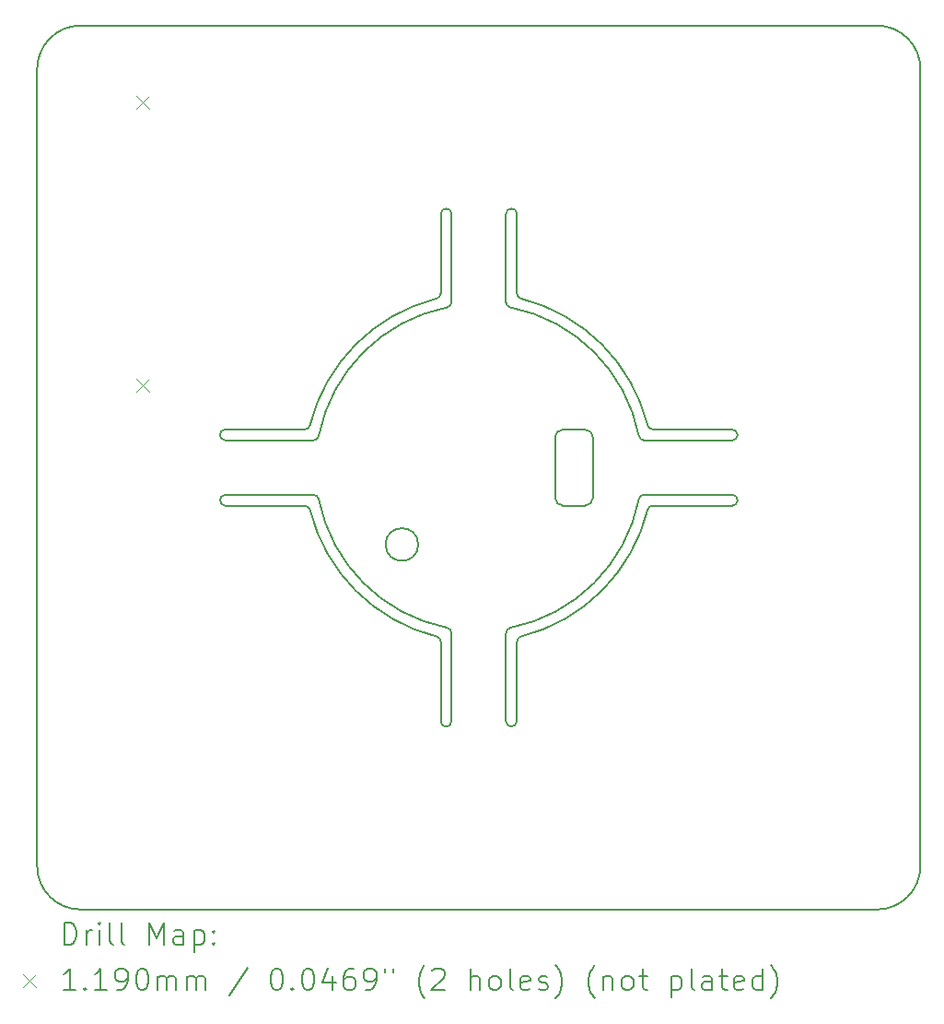
<source format=gbr>
%TF.GenerationSoftware,KiCad,Pcbnew,7.0.10*%
%TF.CreationDate,2024-07-31T11:11:18+01:00*%
%TF.ProjectId,algoritmi_foc,616c676f-7269-4746-9d69-5f666f632e6b,Andr_s Motta*%
%TF.SameCoordinates,Original*%
%TF.FileFunction,Drillmap*%
%TF.FilePolarity,Positive*%
%FSLAX45Y45*%
G04 Gerber Fmt 4.5, Leading zero omitted, Abs format (unit mm)*
G04 Created by KiCad (PCBNEW 7.0.10) date 2024-07-31 11:11:18*
%MOMM*%
%LPD*%
G01*
G04 APERTURE LIST*
%ADD10C,0.200000*%
%ADD11C,0.119000*%
G04 APERTURE END LIST*
D10*
X11263149Y-5381535D02*
G75*
G03*
X11311659Y-5419413I48511J12125D01*
G01*
X9960878Y-8098433D02*
G75*
G03*
X10060878Y-8098433I50000J0D01*
G01*
X9960878Y-3440393D02*
X9960878Y-4248723D01*
X10060875Y-4168632D02*
G75*
G03*
X10098756Y-4217141I50015J12D01*
G01*
X6050878Y-1709413D02*
X13370878Y-1709413D01*
X12039897Y-6119407D02*
G75*
G03*
X12039897Y-6019413I3J49997D01*
G01*
X9460878Y-4248723D02*
X9460878Y-3440393D01*
X9420555Y-4297778D02*
G75*
G03*
X8239242Y-5479091I290322J-1471635D01*
G01*
X10098755Y-7321682D02*
G75*
G03*
X10060878Y-7370194I12135J-48518D01*
G01*
X8190187Y-6019413D02*
X7381858Y-6019413D01*
X9153771Y-6476520D02*
G75*
G03*
X8853771Y-6476520I-150000J0D01*
G01*
X8853771Y-6476520D02*
G75*
G03*
X9153771Y-6476520I150000J0D01*
G01*
X7381858Y-6019407D02*
G75*
G03*
X7381858Y-6119413I2J-50003D01*
G01*
X8239234Y-6059737D02*
G75*
G03*
X8190187Y-6019413I-49044J-9663D01*
G01*
X9460878Y-3440393D02*
G75*
G03*
X9360878Y-3440393I-50000J0D01*
G01*
X9460884Y-7290104D02*
G75*
G03*
X9420555Y-7241049I-49994J4D01*
G01*
X10001200Y-7241049D02*
G75*
G03*
X11182514Y-6059736I-290323J1471637D01*
G01*
X10685878Y-6119417D02*
G75*
G03*
X10760878Y-6044413I3J74998D01*
G01*
X10760878Y-6044413D02*
X10760878Y-5494413D01*
X9322999Y-4217141D02*
G75*
G03*
X8158605Y-5381535I387878J-1552272D01*
G01*
X11263149Y-5381535D02*
G75*
G03*
X10098756Y-4217141I-1552269J-387875D01*
G01*
X10098756Y-7321686D02*
G75*
G03*
X11263150Y-6157292I-387878J1552272D01*
G01*
X8190187Y-5519408D02*
G75*
G03*
X8239241Y-5479091I3J49998D01*
G01*
X8239241Y-6059736D02*
G75*
G03*
X9420555Y-7241049I1471635J290322D01*
G01*
X11182513Y-5479091D02*
G75*
G03*
X11231568Y-5519414I49057J9681D01*
G01*
X9248878Y-9829413D02*
X6050878Y-9829413D01*
X9420556Y-4297783D02*
G75*
G03*
X9460878Y-4248723I-9676J49053D01*
G01*
X11311659Y-6119417D02*
G75*
G03*
X11263150Y-6157292I1J-50003D01*
G01*
X10060878Y-4168632D02*
X10060878Y-3440393D01*
X6050878Y-1709414D02*
G75*
G03*
X5650878Y-2109413I-1J-399999D01*
G01*
X11231568Y-6019417D02*
G75*
G03*
X11182514Y-6059736I2J-50003D01*
G01*
X11311659Y-6119413D02*
X12039897Y-6119413D01*
X9460878Y-8098433D02*
X9460878Y-7290104D01*
X9360883Y-7370194D02*
G75*
G03*
X9322999Y-7321686I-49993J4D01*
G01*
X12039897Y-6019413D02*
X11231568Y-6019413D01*
X8110097Y-5419407D02*
G75*
G03*
X8158605Y-5381535I3J49997D01*
G01*
X9360878Y-8098433D02*
G75*
G03*
X9460878Y-8098433I50000J0D01*
G01*
X10410877Y-6044413D02*
G75*
G03*
X10485878Y-6119413I75003J3D01*
G01*
X10060878Y-8098433D02*
X10060878Y-7370194D01*
X13770878Y-2109413D02*
X13770878Y-9429413D01*
X10060878Y-3440393D02*
G75*
G03*
X9960878Y-3440393I-50000J0D01*
G01*
X8110097Y-5419413D02*
X7381858Y-5419413D01*
X11182513Y-5479091D02*
G75*
G03*
X10001200Y-4297777I-1471637J-290323D01*
G01*
X11231568Y-5519413D02*
X12039897Y-5519413D01*
X9360878Y-3440393D02*
X9360878Y-4168632D01*
X13370878Y-9829418D02*
G75*
G03*
X13770878Y-9429413I2J399998D01*
G01*
X8158604Y-6157292D02*
G75*
G03*
X9322999Y-7321686I1552276J387882D01*
G01*
X9323000Y-4217146D02*
G75*
G03*
X9360878Y-4168632I-12120J48506D01*
G01*
X7381858Y-6119413D02*
X8110097Y-6119413D01*
X10685878Y-5419413D02*
X10485878Y-5419413D01*
X10001201Y-7241053D02*
G75*
G03*
X9960877Y-7290104I9679J-49057D01*
G01*
X12039897Y-5519407D02*
G75*
G03*
X12039897Y-5419413I3J49997D01*
G01*
X13370878Y-9829413D02*
X9248878Y-9829413D01*
X8158606Y-6157292D02*
G75*
G03*
X8110097Y-6119413I-48506J-12118D01*
G01*
X7381858Y-5519413D02*
X8190187Y-5519413D01*
X5650878Y-9429413D02*
X5650878Y-2109413D01*
X10760877Y-5494413D02*
G75*
G03*
X10685878Y-5419413I-74997J3D01*
G01*
X10485878Y-6119413D02*
X10685878Y-6119413D01*
X9960885Y-4248723D02*
G75*
G03*
X10001200Y-4297777I50005J3D01*
G01*
X5650877Y-9429413D02*
G75*
G03*
X6050878Y-9829413I400003J3D01*
G01*
X9960878Y-7290104D02*
X9960878Y-8098433D01*
X9360878Y-7370194D02*
X9360878Y-8098433D01*
X10485878Y-5419418D02*
G75*
G03*
X10410878Y-5494413I3J-75003D01*
G01*
X13770877Y-2109413D02*
G75*
G03*
X13370878Y-1709413I-399997J3D01*
G01*
X10410878Y-5494413D02*
X10410878Y-6044413D01*
X12039897Y-5419413D02*
X11311659Y-5419413D01*
X7381858Y-5419407D02*
G75*
G03*
X7381858Y-5519413I2J-50003D01*
G01*
D11*
X6563720Y-2351756D02*
X6682720Y-2470756D01*
X6682720Y-2351756D02*
X6563720Y-2470756D01*
X6563720Y-4951756D02*
X6682720Y-5070756D01*
X6682720Y-4951756D02*
X6563720Y-5070756D01*
D10*
X5901654Y-10150901D02*
X5901654Y-9950901D01*
X5901654Y-9950901D02*
X5949273Y-9950901D01*
X5949273Y-9950901D02*
X5977845Y-9960425D01*
X5977845Y-9960425D02*
X5996893Y-9979473D01*
X5996893Y-9979473D02*
X6006416Y-9998520D01*
X6006416Y-9998520D02*
X6015940Y-10036616D01*
X6015940Y-10036616D02*
X6015940Y-10065187D01*
X6015940Y-10065187D02*
X6006416Y-10103282D01*
X6006416Y-10103282D02*
X5996893Y-10122330D01*
X5996893Y-10122330D02*
X5977845Y-10141378D01*
X5977845Y-10141378D02*
X5949273Y-10150901D01*
X5949273Y-10150901D02*
X5901654Y-10150901D01*
X6101654Y-10150901D02*
X6101654Y-10017568D01*
X6101654Y-10055663D02*
X6111178Y-10036616D01*
X6111178Y-10036616D02*
X6120702Y-10027092D01*
X6120702Y-10027092D02*
X6139750Y-10017568D01*
X6139750Y-10017568D02*
X6158797Y-10017568D01*
X6225464Y-10150901D02*
X6225464Y-10017568D01*
X6225464Y-9950901D02*
X6215940Y-9960425D01*
X6215940Y-9960425D02*
X6225464Y-9969949D01*
X6225464Y-9969949D02*
X6234988Y-9960425D01*
X6234988Y-9960425D02*
X6225464Y-9950901D01*
X6225464Y-9950901D02*
X6225464Y-9969949D01*
X6349273Y-10150901D02*
X6330226Y-10141378D01*
X6330226Y-10141378D02*
X6320702Y-10122330D01*
X6320702Y-10122330D02*
X6320702Y-9950901D01*
X6454035Y-10150901D02*
X6434988Y-10141378D01*
X6434988Y-10141378D02*
X6425464Y-10122330D01*
X6425464Y-10122330D02*
X6425464Y-9950901D01*
X6682607Y-10150901D02*
X6682607Y-9950901D01*
X6682607Y-9950901D02*
X6749274Y-10093759D01*
X6749274Y-10093759D02*
X6815940Y-9950901D01*
X6815940Y-9950901D02*
X6815940Y-10150901D01*
X6996893Y-10150901D02*
X6996893Y-10046140D01*
X6996893Y-10046140D02*
X6987369Y-10027092D01*
X6987369Y-10027092D02*
X6968321Y-10017568D01*
X6968321Y-10017568D02*
X6930226Y-10017568D01*
X6930226Y-10017568D02*
X6911178Y-10027092D01*
X6996893Y-10141378D02*
X6977845Y-10150901D01*
X6977845Y-10150901D02*
X6930226Y-10150901D01*
X6930226Y-10150901D02*
X6911178Y-10141378D01*
X6911178Y-10141378D02*
X6901654Y-10122330D01*
X6901654Y-10122330D02*
X6901654Y-10103282D01*
X6901654Y-10103282D02*
X6911178Y-10084235D01*
X6911178Y-10084235D02*
X6930226Y-10074711D01*
X6930226Y-10074711D02*
X6977845Y-10074711D01*
X6977845Y-10074711D02*
X6996893Y-10065187D01*
X7092131Y-10017568D02*
X7092131Y-10217568D01*
X7092131Y-10027092D02*
X7111178Y-10017568D01*
X7111178Y-10017568D02*
X7149274Y-10017568D01*
X7149274Y-10017568D02*
X7168321Y-10027092D01*
X7168321Y-10027092D02*
X7177845Y-10036616D01*
X7177845Y-10036616D02*
X7187369Y-10055663D01*
X7187369Y-10055663D02*
X7187369Y-10112806D01*
X7187369Y-10112806D02*
X7177845Y-10131854D01*
X7177845Y-10131854D02*
X7168321Y-10141378D01*
X7168321Y-10141378D02*
X7149274Y-10150901D01*
X7149274Y-10150901D02*
X7111178Y-10150901D01*
X7111178Y-10150901D02*
X7092131Y-10141378D01*
X7273083Y-10131854D02*
X7282607Y-10141378D01*
X7282607Y-10141378D02*
X7273083Y-10150901D01*
X7273083Y-10150901D02*
X7263559Y-10141378D01*
X7263559Y-10141378D02*
X7273083Y-10131854D01*
X7273083Y-10131854D02*
X7273083Y-10150901D01*
X7273083Y-10027092D02*
X7282607Y-10036616D01*
X7282607Y-10036616D02*
X7273083Y-10046140D01*
X7273083Y-10046140D02*
X7263559Y-10036616D01*
X7263559Y-10036616D02*
X7273083Y-10027092D01*
X7273083Y-10027092D02*
X7273083Y-10046140D01*
D11*
X5521878Y-10419918D02*
X5640878Y-10538918D01*
X5640878Y-10419918D02*
X5521878Y-10538918D01*
D10*
X6006416Y-10570901D02*
X5892131Y-10570901D01*
X5949273Y-10570901D02*
X5949273Y-10370901D01*
X5949273Y-10370901D02*
X5930226Y-10399473D01*
X5930226Y-10399473D02*
X5911178Y-10418520D01*
X5911178Y-10418520D02*
X5892131Y-10428044D01*
X6092131Y-10551854D02*
X6101654Y-10561378D01*
X6101654Y-10561378D02*
X6092131Y-10570901D01*
X6092131Y-10570901D02*
X6082607Y-10561378D01*
X6082607Y-10561378D02*
X6092131Y-10551854D01*
X6092131Y-10551854D02*
X6092131Y-10570901D01*
X6292131Y-10570901D02*
X6177845Y-10570901D01*
X6234988Y-10570901D02*
X6234988Y-10370901D01*
X6234988Y-10370901D02*
X6215940Y-10399473D01*
X6215940Y-10399473D02*
X6196893Y-10418520D01*
X6196893Y-10418520D02*
X6177845Y-10428044D01*
X6387369Y-10570901D02*
X6425464Y-10570901D01*
X6425464Y-10570901D02*
X6444512Y-10561378D01*
X6444512Y-10561378D02*
X6454035Y-10551854D01*
X6454035Y-10551854D02*
X6473083Y-10523282D01*
X6473083Y-10523282D02*
X6482607Y-10485187D01*
X6482607Y-10485187D02*
X6482607Y-10408997D01*
X6482607Y-10408997D02*
X6473083Y-10389949D01*
X6473083Y-10389949D02*
X6463559Y-10380425D01*
X6463559Y-10380425D02*
X6444512Y-10370901D01*
X6444512Y-10370901D02*
X6406416Y-10370901D01*
X6406416Y-10370901D02*
X6387369Y-10380425D01*
X6387369Y-10380425D02*
X6377845Y-10389949D01*
X6377845Y-10389949D02*
X6368321Y-10408997D01*
X6368321Y-10408997D02*
X6368321Y-10456616D01*
X6368321Y-10456616D02*
X6377845Y-10475663D01*
X6377845Y-10475663D02*
X6387369Y-10485187D01*
X6387369Y-10485187D02*
X6406416Y-10494711D01*
X6406416Y-10494711D02*
X6444512Y-10494711D01*
X6444512Y-10494711D02*
X6463559Y-10485187D01*
X6463559Y-10485187D02*
X6473083Y-10475663D01*
X6473083Y-10475663D02*
X6482607Y-10456616D01*
X6606416Y-10370901D02*
X6625464Y-10370901D01*
X6625464Y-10370901D02*
X6644512Y-10380425D01*
X6644512Y-10380425D02*
X6654035Y-10389949D01*
X6654035Y-10389949D02*
X6663559Y-10408997D01*
X6663559Y-10408997D02*
X6673083Y-10447092D01*
X6673083Y-10447092D02*
X6673083Y-10494711D01*
X6673083Y-10494711D02*
X6663559Y-10532806D01*
X6663559Y-10532806D02*
X6654035Y-10551854D01*
X6654035Y-10551854D02*
X6644512Y-10561378D01*
X6644512Y-10561378D02*
X6625464Y-10570901D01*
X6625464Y-10570901D02*
X6606416Y-10570901D01*
X6606416Y-10570901D02*
X6587369Y-10561378D01*
X6587369Y-10561378D02*
X6577845Y-10551854D01*
X6577845Y-10551854D02*
X6568321Y-10532806D01*
X6568321Y-10532806D02*
X6558797Y-10494711D01*
X6558797Y-10494711D02*
X6558797Y-10447092D01*
X6558797Y-10447092D02*
X6568321Y-10408997D01*
X6568321Y-10408997D02*
X6577845Y-10389949D01*
X6577845Y-10389949D02*
X6587369Y-10380425D01*
X6587369Y-10380425D02*
X6606416Y-10370901D01*
X6758797Y-10570901D02*
X6758797Y-10437568D01*
X6758797Y-10456616D02*
X6768321Y-10447092D01*
X6768321Y-10447092D02*
X6787369Y-10437568D01*
X6787369Y-10437568D02*
X6815940Y-10437568D01*
X6815940Y-10437568D02*
X6834988Y-10447092D01*
X6834988Y-10447092D02*
X6844512Y-10466140D01*
X6844512Y-10466140D02*
X6844512Y-10570901D01*
X6844512Y-10466140D02*
X6854035Y-10447092D01*
X6854035Y-10447092D02*
X6873083Y-10437568D01*
X6873083Y-10437568D02*
X6901654Y-10437568D01*
X6901654Y-10437568D02*
X6920702Y-10447092D01*
X6920702Y-10447092D02*
X6930226Y-10466140D01*
X6930226Y-10466140D02*
X6930226Y-10570901D01*
X7025464Y-10570901D02*
X7025464Y-10437568D01*
X7025464Y-10456616D02*
X7034988Y-10447092D01*
X7034988Y-10447092D02*
X7054035Y-10437568D01*
X7054035Y-10437568D02*
X7082607Y-10437568D01*
X7082607Y-10437568D02*
X7101655Y-10447092D01*
X7101655Y-10447092D02*
X7111178Y-10466140D01*
X7111178Y-10466140D02*
X7111178Y-10570901D01*
X7111178Y-10466140D02*
X7120702Y-10447092D01*
X7120702Y-10447092D02*
X7139750Y-10437568D01*
X7139750Y-10437568D02*
X7168321Y-10437568D01*
X7168321Y-10437568D02*
X7187369Y-10447092D01*
X7187369Y-10447092D02*
X7196893Y-10466140D01*
X7196893Y-10466140D02*
X7196893Y-10570901D01*
X7587369Y-10361378D02*
X7415940Y-10618520D01*
X7844512Y-10370901D02*
X7863559Y-10370901D01*
X7863559Y-10370901D02*
X7882607Y-10380425D01*
X7882607Y-10380425D02*
X7892131Y-10389949D01*
X7892131Y-10389949D02*
X7901655Y-10408997D01*
X7901655Y-10408997D02*
X7911178Y-10447092D01*
X7911178Y-10447092D02*
X7911178Y-10494711D01*
X7911178Y-10494711D02*
X7901655Y-10532806D01*
X7901655Y-10532806D02*
X7892131Y-10551854D01*
X7892131Y-10551854D02*
X7882607Y-10561378D01*
X7882607Y-10561378D02*
X7863559Y-10570901D01*
X7863559Y-10570901D02*
X7844512Y-10570901D01*
X7844512Y-10570901D02*
X7825464Y-10561378D01*
X7825464Y-10561378D02*
X7815940Y-10551854D01*
X7815940Y-10551854D02*
X7806417Y-10532806D01*
X7806417Y-10532806D02*
X7796893Y-10494711D01*
X7796893Y-10494711D02*
X7796893Y-10447092D01*
X7796893Y-10447092D02*
X7806417Y-10408997D01*
X7806417Y-10408997D02*
X7815940Y-10389949D01*
X7815940Y-10389949D02*
X7825464Y-10380425D01*
X7825464Y-10380425D02*
X7844512Y-10370901D01*
X7996893Y-10551854D02*
X8006417Y-10561378D01*
X8006417Y-10561378D02*
X7996893Y-10570901D01*
X7996893Y-10570901D02*
X7987369Y-10561378D01*
X7987369Y-10561378D02*
X7996893Y-10551854D01*
X7996893Y-10551854D02*
X7996893Y-10570901D01*
X8130226Y-10370901D02*
X8149274Y-10370901D01*
X8149274Y-10370901D02*
X8168321Y-10380425D01*
X8168321Y-10380425D02*
X8177845Y-10389949D01*
X8177845Y-10389949D02*
X8187369Y-10408997D01*
X8187369Y-10408997D02*
X8196893Y-10447092D01*
X8196893Y-10447092D02*
X8196893Y-10494711D01*
X8196893Y-10494711D02*
X8187369Y-10532806D01*
X8187369Y-10532806D02*
X8177845Y-10551854D01*
X8177845Y-10551854D02*
X8168321Y-10561378D01*
X8168321Y-10561378D02*
X8149274Y-10570901D01*
X8149274Y-10570901D02*
X8130226Y-10570901D01*
X8130226Y-10570901D02*
X8111178Y-10561378D01*
X8111178Y-10561378D02*
X8101655Y-10551854D01*
X8101655Y-10551854D02*
X8092131Y-10532806D01*
X8092131Y-10532806D02*
X8082607Y-10494711D01*
X8082607Y-10494711D02*
X8082607Y-10447092D01*
X8082607Y-10447092D02*
X8092131Y-10408997D01*
X8092131Y-10408997D02*
X8101655Y-10389949D01*
X8101655Y-10389949D02*
X8111178Y-10380425D01*
X8111178Y-10380425D02*
X8130226Y-10370901D01*
X8368321Y-10437568D02*
X8368321Y-10570901D01*
X8320702Y-10361378D02*
X8273083Y-10504235D01*
X8273083Y-10504235D02*
X8396893Y-10504235D01*
X8558798Y-10370901D02*
X8520702Y-10370901D01*
X8520702Y-10370901D02*
X8501655Y-10380425D01*
X8501655Y-10380425D02*
X8492131Y-10389949D01*
X8492131Y-10389949D02*
X8473083Y-10418520D01*
X8473083Y-10418520D02*
X8463560Y-10456616D01*
X8463560Y-10456616D02*
X8463560Y-10532806D01*
X8463560Y-10532806D02*
X8473083Y-10551854D01*
X8473083Y-10551854D02*
X8482607Y-10561378D01*
X8482607Y-10561378D02*
X8501655Y-10570901D01*
X8501655Y-10570901D02*
X8539750Y-10570901D01*
X8539750Y-10570901D02*
X8558798Y-10561378D01*
X8558798Y-10561378D02*
X8568321Y-10551854D01*
X8568321Y-10551854D02*
X8577845Y-10532806D01*
X8577845Y-10532806D02*
X8577845Y-10485187D01*
X8577845Y-10485187D02*
X8568321Y-10466140D01*
X8568321Y-10466140D02*
X8558798Y-10456616D01*
X8558798Y-10456616D02*
X8539750Y-10447092D01*
X8539750Y-10447092D02*
X8501655Y-10447092D01*
X8501655Y-10447092D02*
X8482607Y-10456616D01*
X8482607Y-10456616D02*
X8473083Y-10466140D01*
X8473083Y-10466140D02*
X8463560Y-10485187D01*
X8673083Y-10570901D02*
X8711179Y-10570901D01*
X8711179Y-10570901D02*
X8730226Y-10561378D01*
X8730226Y-10561378D02*
X8739750Y-10551854D01*
X8739750Y-10551854D02*
X8758798Y-10523282D01*
X8758798Y-10523282D02*
X8768321Y-10485187D01*
X8768321Y-10485187D02*
X8768321Y-10408997D01*
X8768321Y-10408997D02*
X8758798Y-10389949D01*
X8758798Y-10389949D02*
X8749274Y-10380425D01*
X8749274Y-10380425D02*
X8730226Y-10370901D01*
X8730226Y-10370901D02*
X8692131Y-10370901D01*
X8692131Y-10370901D02*
X8673083Y-10380425D01*
X8673083Y-10380425D02*
X8663560Y-10389949D01*
X8663560Y-10389949D02*
X8654036Y-10408997D01*
X8654036Y-10408997D02*
X8654036Y-10456616D01*
X8654036Y-10456616D02*
X8663560Y-10475663D01*
X8663560Y-10475663D02*
X8673083Y-10485187D01*
X8673083Y-10485187D02*
X8692131Y-10494711D01*
X8692131Y-10494711D02*
X8730226Y-10494711D01*
X8730226Y-10494711D02*
X8749274Y-10485187D01*
X8749274Y-10485187D02*
X8758798Y-10475663D01*
X8758798Y-10475663D02*
X8768321Y-10456616D01*
X8844512Y-10370901D02*
X8844512Y-10408997D01*
X8920702Y-10370901D02*
X8920702Y-10408997D01*
X9215941Y-10647092D02*
X9206417Y-10637568D01*
X9206417Y-10637568D02*
X9187369Y-10608997D01*
X9187369Y-10608997D02*
X9177845Y-10589949D01*
X9177845Y-10589949D02*
X9168322Y-10561378D01*
X9168322Y-10561378D02*
X9158798Y-10513759D01*
X9158798Y-10513759D02*
X9158798Y-10475663D01*
X9158798Y-10475663D02*
X9168322Y-10428044D01*
X9168322Y-10428044D02*
X9177845Y-10399473D01*
X9177845Y-10399473D02*
X9187369Y-10380425D01*
X9187369Y-10380425D02*
X9206417Y-10351854D01*
X9206417Y-10351854D02*
X9215941Y-10342330D01*
X9282607Y-10389949D02*
X9292131Y-10380425D01*
X9292131Y-10380425D02*
X9311179Y-10370901D01*
X9311179Y-10370901D02*
X9358798Y-10370901D01*
X9358798Y-10370901D02*
X9377845Y-10380425D01*
X9377845Y-10380425D02*
X9387369Y-10389949D01*
X9387369Y-10389949D02*
X9396893Y-10408997D01*
X9396893Y-10408997D02*
X9396893Y-10428044D01*
X9396893Y-10428044D02*
X9387369Y-10456616D01*
X9387369Y-10456616D02*
X9273083Y-10570901D01*
X9273083Y-10570901D02*
X9396893Y-10570901D01*
X9634988Y-10570901D02*
X9634988Y-10370901D01*
X9720703Y-10570901D02*
X9720703Y-10466140D01*
X9720703Y-10466140D02*
X9711179Y-10447092D01*
X9711179Y-10447092D02*
X9692131Y-10437568D01*
X9692131Y-10437568D02*
X9663560Y-10437568D01*
X9663560Y-10437568D02*
X9644512Y-10447092D01*
X9644512Y-10447092D02*
X9634988Y-10456616D01*
X9844512Y-10570901D02*
X9825464Y-10561378D01*
X9825464Y-10561378D02*
X9815941Y-10551854D01*
X9815941Y-10551854D02*
X9806417Y-10532806D01*
X9806417Y-10532806D02*
X9806417Y-10475663D01*
X9806417Y-10475663D02*
X9815941Y-10456616D01*
X9815941Y-10456616D02*
X9825464Y-10447092D01*
X9825464Y-10447092D02*
X9844512Y-10437568D01*
X9844512Y-10437568D02*
X9873084Y-10437568D01*
X9873084Y-10437568D02*
X9892131Y-10447092D01*
X9892131Y-10447092D02*
X9901655Y-10456616D01*
X9901655Y-10456616D02*
X9911179Y-10475663D01*
X9911179Y-10475663D02*
X9911179Y-10532806D01*
X9911179Y-10532806D02*
X9901655Y-10551854D01*
X9901655Y-10551854D02*
X9892131Y-10561378D01*
X9892131Y-10561378D02*
X9873084Y-10570901D01*
X9873084Y-10570901D02*
X9844512Y-10570901D01*
X10025464Y-10570901D02*
X10006417Y-10561378D01*
X10006417Y-10561378D02*
X9996893Y-10542330D01*
X9996893Y-10542330D02*
X9996893Y-10370901D01*
X10177845Y-10561378D02*
X10158798Y-10570901D01*
X10158798Y-10570901D02*
X10120703Y-10570901D01*
X10120703Y-10570901D02*
X10101655Y-10561378D01*
X10101655Y-10561378D02*
X10092131Y-10542330D01*
X10092131Y-10542330D02*
X10092131Y-10466140D01*
X10092131Y-10466140D02*
X10101655Y-10447092D01*
X10101655Y-10447092D02*
X10120703Y-10437568D01*
X10120703Y-10437568D02*
X10158798Y-10437568D01*
X10158798Y-10437568D02*
X10177845Y-10447092D01*
X10177845Y-10447092D02*
X10187369Y-10466140D01*
X10187369Y-10466140D02*
X10187369Y-10485187D01*
X10187369Y-10485187D02*
X10092131Y-10504235D01*
X10263560Y-10561378D02*
X10282607Y-10570901D01*
X10282607Y-10570901D02*
X10320703Y-10570901D01*
X10320703Y-10570901D02*
X10339750Y-10561378D01*
X10339750Y-10561378D02*
X10349274Y-10542330D01*
X10349274Y-10542330D02*
X10349274Y-10532806D01*
X10349274Y-10532806D02*
X10339750Y-10513759D01*
X10339750Y-10513759D02*
X10320703Y-10504235D01*
X10320703Y-10504235D02*
X10292131Y-10504235D01*
X10292131Y-10504235D02*
X10273084Y-10494711D01*
X10273084Y-10494711D02*
X10263560Y-10475663D01*
X10263560Y-10475663D02*
X10263560Y-10466140D01*
X10263560Y-10466140D02*
X10273084Y-10447092D01*
X10273084Y-10447092D02*
X10292131Y-10437568D01*
X10292131Y-10437568D02*
X10320703Y-10437568D01*
X10320703Y-10437568D02*
X10339750Y-10447092D01*
X10415941Y-10647092D02*
X10425465Y-10637568D01*
X10425465Y-10637568D02*
X10444512Y-10608997D01*
X10444512Y-10608997D02*
X10454036Y-10589949D01*
X10454036Y-10589949D02*
X10463560Y-10561378D01*
X10463560Y-10561378D02*
X10473084Y-10513759D01*
X10473084Y-10513759D02*
X10473084Y-10475663D01*
X10473084Y-10475663D02*
X10463560Y-10428044D01*
X10463560Y-10428044D02*
X10454036Y-10399473D01*
X10454036Y-10399473D02*
X10444512Y-10380425D01*
X10444512Y-10380425D02*
X10425465Y-10351854D01*
X10425465Y-10351854D02*
X10415941Y-10342330D01*
X10777846Y-10647092D02*
X10768322Y-10637568D01*
X10768322Y-10637568D02*
X10749274Y-10608997D01*
X10749274Y-10608997D02*
X10739750Y-10589949D01*
X10739750Y-10589949D02*
X10730226Y-10561378D01*
X10730226Y-10561378D02*
X10720703Y-10513759D01*
X10720703Y-10513759D02*
X10720703Y-10475663D01*
X10720703Y-10475663D02*
X10730226Y-10428044D01*
X10730226Y-10428044D02*
X10739750Y-10399473D01*
X10739750Y-10399473D02*
X10749274Y-10380425D01*
X10749274Y-10380425D02*
X10768322Y-10351854D01*
X10768322Y-10351854D02*
X10777846Y-10342330D01*
X10854036Y-10437568D02*
X10854036Y-10570901D01*
X10854036Y-10456616D02*
X10863560Y-10447092D01*
X10863560Y-10447092D02*
X10882607Y-10437568D01*
X10882607Y-10437568D02*
X10911179Y-10437568D01*
X10911179Y-10437568D02*
X10930226Y-10447092D01*
X10930226Y-10447092D02*
X10939750Y-10466140D01*
X10939750Y-10466140D02*
X10939750Y-10570901D01*
X11063560Y-10570901D02*
X11044512Y-10561378D01*
X11044512Y-10561378D02*
X11034988Y-10551854D01*
X11034988Y-10551854D02*
X11025465Y-10532806D01*
X11025465Y-10532806D02*
X11025465Y-10475663D01*
X11025465Y-10475663D02*
X11034988Y-10456616D01*
X11034988Y-10456616D02*
X11044512Y-10447092D01*
X11044512Y-10447092D02*
X11063560Y-10437568D01*
X11063560Y-10437568D02*
X11092131Y-10437568D01*
X11092131Y-10437568D02*
X11111179Y-10447092D01*
X11111179Y-10447092D02*
X11120703Y-10456616D01*
X11120703Y-10456616D02*
X11130226Y-10475663D01*
X11130226Y-10475663D02*
X11130226Y-10532806D01*
X11130226Y-10532806D02*
X11120703Y-10551854D01*
X11120703Y-10551854D02*
X11111179Y-10561378D01*
X11111179Y-10561378D02*
X11092131Y-10570901D01*
X11092131Y-10570901D02*
X11063560Y-10570901D01*
X11187369Y-10437568D02*
X11263560Y-10437568D01*
X11215941Y-10370901D02*
X11215941Y-10542330D01*
X11215941Y-10542330D02*
X11225464Y-10561378D01*
X11225464Y-10561378D02*
X11244512Y-10570901D01*
X11244512Y-10570901D02*
X11263560Y-10570901D01*
X11482607Y-10437568D02*
X11482607Y-10637568D01*
X11482607Y-10447092D02*
X11501655Y-10437568D01*
X11501655Y-10437568D02*
X11539750Y-10437568D01*
X11539750Y-10437568D02*
X11558798Y-10447092D01*
X11558798Y-10447092D02*
X11568322Y-10456616D01*
X11568322Y-10456616D02*
X11577845Y-10475663D01*
X11577845Y-10475663D02*
X11577845Y-10532806D01*
X11577845Y-10532806D02*
X11568322Y-10551854D01*
X11568322Y-10551854D02*
X11558798Y-10561378D01*
X11558798Y-10561378D02*
X11539750Y-10570901D01*
X11539750Y-10570901D02*
X11501655Y-10570901D01*
X11501655Y-10570901D02*
X11482607Y-10561378D01*
X11692131Y-10570901D02*
X11673084Y-10561378D01*
X11673084Y-10561378D02*
X11663560Y-10542330D01*
X11663560Y-10542330D02*
X11663560Y-10370901D01*
X11854036Y-10570901D02*
X11854036Y-10466140D01*
X11854036Y-10466140D02*
X11844512Y-10447092D01*
X11844512Y-10447092D02*
X11825465Y-10437568D01*
X11825465Y-10437568D02*
X11787369Y-10437568D01*
X11787369Y-10437568D02*
X11768322Y-10447092D01*
X11854036Y-10561378D02*
X11834988Y-10570901D01*
X11834988Y-10570901D02*
X11787369Y-10570901D01*
X11787369Y-10570901D02*
X11768322Y-10561378D01*
X11768322Y-10561378D02*
X11758798Y-10542330D01*
X11758798Y-10542330D02*
X11758798Y-10523282D01*
X11758798Y-10523282D02*
X11768322Y-10504235D01*
X11768322Y-10504235D02*
X11787369Y-10494711D01*
X11787369Y-10494711D02*
X11834988Y-10494711D01*
X11834988Y-10494711D02*
X11854036Y-10485187D01*
X11920703Y-10437568D02*
X11996893Y-10437568D01*
X11949274Y-10370901D02*
X11949274Y-10542330D01*
X11949274Y-10542330D02*
X11958798Y-10561378D01*
X11958798Y-10561378D02*
X11977845Y-10570901D01*
X11977845Y-10570901D02*
X11996893Y-10570901D01*
X12139750Y-10561378D02*
X12120703Y-10570901D01*
X12120703Y-10570901D02*
X12082607Y-10570901D01*
X12082607Y-10570901D02*
X12063560Y-10561378D01*
X12063560Y-10561378D02*
X12054036Y-10542330D01*
X12054036Y-10542330D02*
X12054036Y-10466140D01*
X12054036Y-10466140D02*
X12063560Y-10447092D01*
X12063560Y-10447092D02*
X12082607Y-10437568D01*
X12082607Y-10437568D02*
X12120703Y-10437568D01*
X12120703Y-10437568D02*
X12139750Y-10447092D01*
X12139750Y-10447092D02*
X12149274Y-10466140D01*
X12149274Y-10466140D02*
X12149274Y-10485187D01*
X12149274Y-10485187D02*
X12054036Y-10504235D01*
X12320703Y-10570901D02*
X12320703Y-10370901D01*
X12320703Y-10561378D02*
X12301655Y-10570901D01*
X12301655Y-10570901D02*
X12263560Y-10570901D01*
X12263560Y-10570901D02*
X12244512Y-10561378D01*
X12244512Y-10561378D02*
X12234988Y-10551854D01*
X12234988Y-10551854D02*
X12225465Y-10532806D01*
X12225465Y-10532806D02*
X12225465Y-10475663D01*
X12225465Y-10475663D02*
X12234988Y-10456616D01*
X12234988Y-10456616D02*
X12244512Y-10447092D01*
X12244512Y-10447092D02*
X12263560Y-10437568D01*
X12263560Y-10437568D02*
X12301655Y-10437568D01*
X12301655Y-10437568D02*
X12320703Y-10447092D01*
X12396893Y-10647092D02*
X12406417Y-10637568D01*
X12406417Y-10637568D02*
X12425465Y-10608997D01*
X12425465Y-10608997D02*
X12434988Y-10589949D01*
X12434988Y-10589949D02*
X12444512Y-10561378D01*
X12444512Y-10561378D02*
X12454036Y-10513759D01*
X12454036Y-10513759D02*
X12454036Y-10475663D01*
X12454036Y-10475663D02*
X12444512Y-10428044D01*
X12444512Y-10428044D02*
X12434988Y-10399473D01*
X12434988Y-10399473D02*
X12425465Y-10380425D01*
X12425465Y-10380425D02*
X12406417Y-10351854D01*
X12406417Y-10351854D02*
X12396893Y-10342330D01*
M02*

</source>
